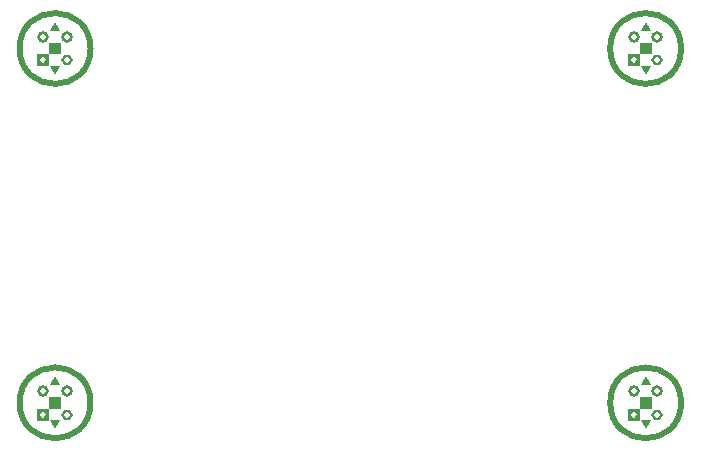
<source format=gbr>
%TF.GenerationSoftware,HUMAN,DominicClifton,8.0.3*%
%TF.CreationDate,2025-04-28T16:25:44+02:00*%
%TF.SameCoordinates,Original*%
%TF.FileFunction,Copper,L4,Bot*%
%TF.FilePolarity,Positive*%
%FSLAX46Y46*%
G04 Gerber Fmt 4.6, Leading zero omitted, Abs format (unit mm)*
%MOMM*%
%LPD*%
G01*

%AMSRPOLY1*
5,1,$1,$2,$3,$4,$5*
%

%ADD82C,1X0.5*%
%ADD83R,1X1X0.5*%
%ADD84O,1X1X0.5*%
%ADD85P,1X6X0X0.5*%
%ADD86SRPOLY1,3X0X0X1X90*%
%ADD87SRPOLY1,3X0X0X1X270*%
%ADD88C,0.5*%

G04 A Step repeat block with primitives, arcs, macros and regions*
%SRX2Y2I50.0J30.0*%

G01*

D82*
X-026000000Y-014000000D03*
D83*
X-026000000Y-016000000D03*
D84*
X-024000000Y-014000000D03*
D85*
X-024000000Y-016000000D03*

D86*
X-025000000Y-013250000D03*
D87*
X-025000000Y-016750000D03*

D88*
G75*
X-022000000Y-015000000D02*
G03*
X220000000Y-015000000I-003000000J0D01*

G36*
X-025500000Y-014500000D02*
G01
X-025500000Y-015500000D01*
X-024500000Y-015500000D01*
X-024500000Y-014500000D01*
X-025500000Y-014500000D01*
G37*

%SR*%

M02*

</source>
